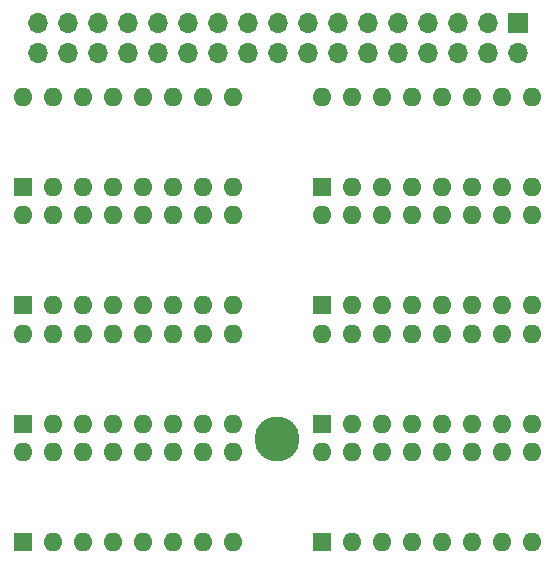
<source format=gbr>
%TF.GenerationSoftware,KiCad,Pcbnew,(6.0.7)*%
%TF.CreationDate,2023-01-24T22:55:54+00:00*%
%TF.ProjectId,CPC464-2MINICAS1,43504334-3634-42d3-924d-494e49434153,rev?*%
%TF.SameCoordinates,Original*%
%TF.FileFunction,Soldermask,Bot*%
%TF.FilePolarity,Negative*%
%FSLAX46Y46*%
G04 Gerber Fmt 4.6, Leading zero omitted, Abs format (unit mm)*
G04 Created by KiCad (PCBNEW (6.0.7)) date 2023-01-24 22:55:54*
%MOMM*%
%LPD*%
G01*
G04 APERTURE LIST*
%ADD10R,1.600000X1.600000*%
%ADD11O,1.600000X1.600000*%
%ADD12C,3.800000*%
%ADD13R,1.700000X1.700000*%
%ADD14O,1.700000X1.700000*%
G04 APERTURE END LIST*
D10*
%TO.C,IC704*%
X38303200Y-87309800D03*
D11*
X40843200Y-87309800D03*
X43383200Y-87309800D03*
X45923200Y-87309800D03*
X48463200Y-87309800D03*
X51003200Y-87309800D03*
X53543200Y-87309800D03*
X56083200Y-87309800D03*
X56083200Y-79689800D03*
X53543200Y-79689800D03*
X51003200Y-79689800D03*
X48463200Y-79689800D03*
X45923200Y-79689800D03*
X43383200Y-79689800D03*
X40843200Y-79689800D03*
X38303200Y-79689800D03*
%TD*%
D12*
%TO.C,H8*%
X59827400Y-78556800D03*
%TD*%
D10*
%TO.C,IC707*%
X63627000Y-77302200D03*
D11*
X66167000Y-77302200D03*
X68707000Y-77302200D03*
X71247000Y-77302200D03*
X73787000Y-77302200D03*
X76327000Y-77302200D03*
X78867000Y-77302200D03*
X81407000Y-77302200D03*
X81407000Y-69682200D03*
X78867000Y-69682200D03*
X76327000Y-69682200D03*
X73787000Y-69682200D03*
X71247000Y-69682200D03*
X68707000Y-69682200D03*
X66167000Y-69682200D03*
X63627000Y-69682200D03*
%TD*%
D13*
%TO.C,J1200*%
X80217200Y-43398400D03*
D14*
X80217200Y-45938400D03*
X77677200Y-43398400D03*
X77677200Y-45938400D03*
X75137200Y-43398400D03*
X75137200Y-45938400D03*
X72597200Y-43398400D03*
X72597200Y-45938400D03*
X70057200Y-43398400D03*
X70057200Y-45938400D03*
X67517200Y-43398400D03*
X67517200Y-45938400D03*
X64977200Y-43398400D03*
X64977200Y-45938400D03*
X62437200Y-43398400D03*
X62437200Y-45938400D03*
X59897200Y-43398400D03*
X59897200Y-45938400D03*
X57357200Y-43398400D03*
X57357200Y-45938400D03*
X54817200Y-43398400D03*
X54817200Y-45938400D03*
X52277200Y-43398400D03*
X52277200Y-45938400D03*
X49737200Y-43398400D03*
X49737200Y-45938400D03*
X47197200Y-43398400D03*
X47197200Y-45938400D03*
X44657200Y-43398400D03*
X44657200Y-45938400D03*
X42117200Y-43398400D03*
X42117200Y-45938400D03*
X39577200Y-43398400D03*
X39577200Y-45938400D03*
%TD*%
D10*
%TO.C,IC705*%
X63627000Y-57236200D03*
D11*
X66167000Y-57236200D03*
X68707000Y-57236200D03*
X71247000Y-57236200D03*
X73787000Y-57236200D03*
X76327000Y-57236200D03*
X78867000Y-57236200D03*
X81407000Y-57236200D03*
X81407000Y-49616200D03*
X78867000Y-49616200D03*
X76327000Y-49616200D03*
X73787000Y-49616200D03*
X71247000Y-49616200D03*
X68707000Y-49616200D03*
X66167000Y-49616200D03*
X63627000Y-49616200D03*
%TD*%
D10*
%TO.C,IC701*%
X38303200Y-57220800D03*
D11*
X40843200Y-57220800D03*
X43383200Y-57220800D03*
X45923200Y-57220800D03*
X48463200Y-57220800D03*
X51003200Y-57220800D03*
X53543200Y-57220800D03*
X56083200Y-57220800D03*
X56083200Y-49600800D03*
X53543200Y-49600800D03*
X51003200Y-49600800D03*
X48463200Y-49600800D03*
X45923200Y-49600800D03*
X43383200Y-49600800D03*
X40843200Y-49600800D03*
X38303200Y-49600800D03*
%TD*%
D10*
%TO.C,IC708*%
X63627000Y-87325200D03*
D11*
X66167000Y-87325200D03*
X68707000Y-87325200D03*
X71247000Y-87325200D03*
X73787000Y-87325200D03*
X76327000Y-87325200D03*
X78867000Y-87325200D03*
X81407000Y-87325200D03*
X81407000Y-79705200D03*
X78867000Y-79705200D03*
X76327000Y-79705200D03*
X73787000Y-79705200D03*
X71247000Y-79705200D03*
X68707000Y-79705200D03*
X66167000Y-79705200D03*
X63627000Y-79705200D03*
%TD*%
D10*
%TO.C,IC706*%
X63627000Y-67259200D03*
D11*
X66167000Y-67259200D03*
X68707000Y-67259200D03*
X71247000Y-67259200D03*
X73787000Y-67259200D03*
X76327000Y-67259200D03*
X78867000Y-67259200D03*
X81407000Y-67259200D03*
X81407000Y-59639200D03*
X78867000Y-59639200D03*
X76327000Y-59639200D03*
X73787000Y-59639200D03*
X71247000Y-59639200D03*
X68707000Y-59639200D03*
X66167000Y-59639200D03*
X63627000Y-59639200D03*
%TD*%
D10*
%TO.C,IC702*%
X38303200Y-67243800D03*
D11*
X40843200Y-67243800D03*
X43383200Y-67243800D03*
X45923200Y-67243800D03*
X48463200Y-67243800D03*
X51003200Y-67243800D03*
X53543200Y-67243800D03*
X56083200Y-67243800D03*
X56083200Y-59623800D03*
X53543200Y-59623800D03*
X51003200Y-59623800D03*
X48463200Y-59623800D03*
X45923200Y-59623800D03*
X43383200Y-59623800D03*
X40843200Y-59623800D03*
X38303200Y-59623800D03*
%TD*%
D10*
%TO.C,IC703*%
X38303200Y-77286800D03*
D11*
X40843200Y-77286800D03*
X43383200Y-77286800D03*
X45923200Y-77286800D03*
X48463200Y-77286800D03*
X51003200Y-77286800D03*
X53543200Y-77286800D03*
X56083200Y-77286800D03*
X56083200Y-69666800D03*
X53543200Y-69666800D03*
X51003200Y-69666800D03*
X48463200Y-69666800D03*
X45923200Y-69666800D03*
X43383200Y-69666800D03*
X40843200Y-69666800D03*
X38303200Y-69666800D03*
%TD*%
M02*

</source>
